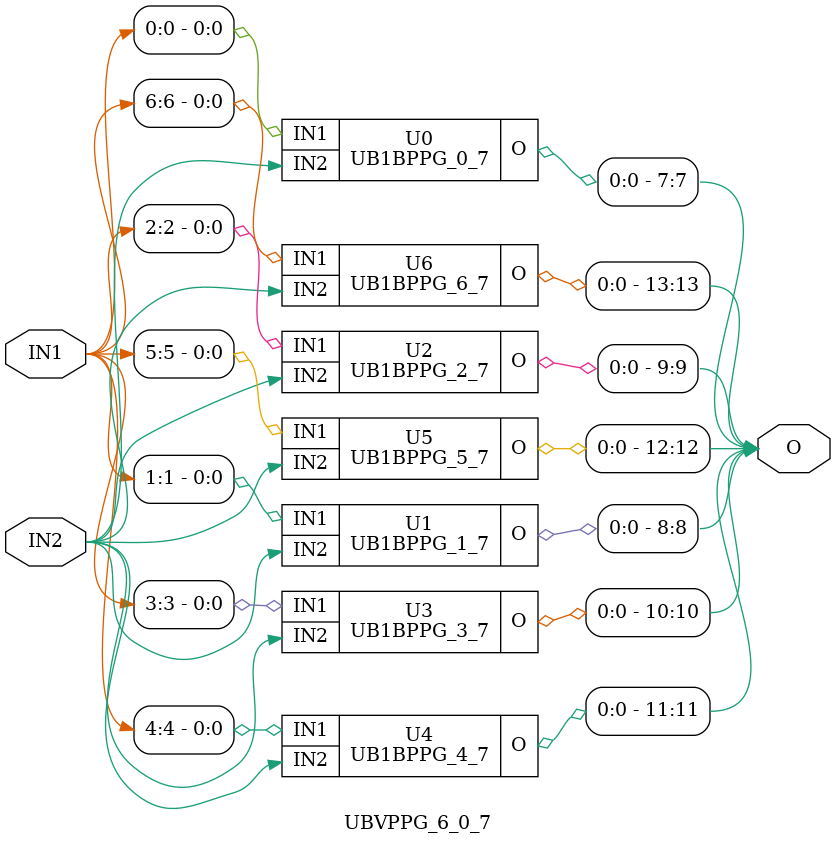
<source format=v>
/*----------------------------------------------------------------------------
  Copyright (c) 2021 Homma laboratory. All rights reserved.

  Top module: Multiplier_6_0_7_000

  Number system: Unsigned binary
  Multiplicand length: 7
  Multiplier length: 8
  Partial product generation: Simple PPG
  Partial product accumulation: Balanced delay tree
  Final stage addition: Han-Carlson adder
----------------------------------------------------------------------------*/

module UB1BPPG_0_0(O, IN1, IN2);
  output O;
  input IN1;
  input IN2;
  assign O = IN1 & IN2;
endmodule

module UB1BPPG_1_0(O, IN1, IN2);
  output O;
  input IN1;
  input IN2;
  assign O = IN1 & IN2;
endmodule

module UB1BPPG_2_0(O, IN1, IN2);
  output O;
  input IN1;
  input IN2;
  assign O = IN1 & IN2;
endmodule

module UB1BPPG_3_0(O, IN1, IN2);
  output O;
  input IN1;
  input IN2;
  assign O = IN1 & IN2;
endmodule

module UB1BPPG_4_0(O, IN1, IN2);
  output O;
  input IN1;
  input IN2;
  assign O = IN1 & IN2;
endmodule

module UB1BPPG_5_0(O, IN1, IN2);
  output O;
  input IN1;
  input IN2;
  assign O = IN1 & IN2;
endmodule

module UB1BPPG_6_0(O, IN1, IN2);
  output O;
  input IN1;
  input IN2;
  assign O = IN1 & IN2;
endmodule

module UB1BPPG_0_1(O, IN1, IN2);
  output O;
  input IN1;
  input IN2;
  assign O = IN1 & IN2;
endmodule

module UB1BPPG_1_1(O, IN1, IN2);
  output O;
  input IN1;
  input IN2;
  assign O = IN1 & IN2;
endmodule

module UB1BPPG_2_1(O, IN1, IN2);
  output O;
  input IN1;
  input IN2;
  assign O = IN1 & IN2;
endmodule

module UB1BPPG_3_1(O, IN1, IN2);
  output O;
  input IN1;
  input IN2;
  assign O = IN1 & IN2;
endmodule

module UB1BPPG_4_1(O, IN1, IN2);
  output O;
  input IN1;
  input IN2;
  assign O = IN1 & IN2;
endmodule

module UB1BPPG_5_1(O, IN1, IN2);
  output O;
  input IN1;
  input IN2;
  assign O = IN1 & IN2;
endmodule

module UB1BPPG_6_1(O, IN1, IN2);
  output O;
  input IN1;
  input IN2;
  assign O = IN1 & IN2;
endmodule

module UB1BPPG_0_2(O, IN1, IN2);
  output O;
  input IN1;
  input IN2;
  assign O = IN1 & IN2;
endmodule

module UB1BPPG_1_2(O, IN1, IN2);
  output O;
  input IN1;
  input IN2;
  assign O = IN1 & IN2;
endmodule

module UB1BPPG_2_2(O, IN1, IN2);
  output O;
  input IN1;
  input IN2;
  assign O = IN1 & IN2;
endmodule

module UB1BPPG_3_2(O, IN1, IN2);
  output O;
  input IN1;
  input IN2;
  assign O = IN1 & IN2;
endmodule

module UB1BPPG_4_2(O, IN1, IN2);
  output O;
  input IN1;
  input IN2;
  assign O = IN1 & IN2;
endmodule

module UB1BPPG_5_2(O, IN1, IN2);
  output O;
  input IN1;
  input IN2;
  assign O = IN1 & IN2;
endmodule

module UB1BPPG_6_2(O, IN1, IN2);
  output O;
  input IN1;
  input IN2;
  assign O = IN1 & IN2;
endmodule

module UB1BPPG_0_3(O, IN1, IN2);
  output O;
  input IN1;
  input IN2;
  assign O = IN1 & IN2;
endmodule

module UB1BPPG_1_3(O, IN1, IN2);
  output O;
  input IN1;
  input IN2;
  assign O = IN1 & IN2;
endmodule

module UB1BPPG_2_3(O, IN1, IN2);
  output O;
  input IN1;
  input IN2;
  assign O = IN1 & IN2;
endmodule

module UB1BPPG_3_3(O, IN1, IN2);
  output O;
  input IN1;
  input IN2;
  assign O = IN1 & IN2;
endmodule

module UB1BPPG_4_3(O, IN1, IN2);
  output O;
  input IN1;
  input IN2;
  assign O = IN1 & IN2;
endmodule

module UB1BPPG_5_3(O, IN1, IN2);
  output O;
  input IN1;
  input IN2;
  assign O = IN1 & IN2;
endmodule

module UB1BPPG_6_3(O, IN1, IN2);
  output O;
  input IN1;
  input IN2;
  assign O = IN1 & IN2;
endmodule

module UB1BPPG_0_4(O, IN1, IN2);
  output O;
  input IN1;
  input IN2;
  assign O = IN1 & IN2;
endmodule

module UB1BPPG_1_4(O, IN1, IN2);
  output O;
  input IN1;
  input IN2;
  assign O = IN1 & IN2;
endmodule

module UB1BPPG_2_4(O, IN1, IN2);
  output O;
  input IN1;
  input IN2;
  assign O = IN1 & IN2;
endmodule

module UB1BPPG_3_4(O, IN1, IN2);
  output O;
  input IN1;
  input IN2;
  assign O = IN1 & IN2;
endmodule

module UB1BPPG_4_4(O, IN1, IN2);
  output O;
  input IN1;
  input IN2;
  assign O = IN1 & IN2;
endmodule

module UB1BPPG_5_4(O, IN1, IN2);
  output O;
  input IN1;
  input IN2;
  assign O = IN1 & IN2;
endmodule

module UB1BPPG_6_4(O, IN1, IN2);
  output O;
  input IN1;
  input IN2;
  assign O = IN1 & IN2;
endmodule

module UB1BPPG_0_5(O, IN1, IN2);
  output O;
  input IN1;
  input IN2;
  assign O = IN1 & IN2;
endmodule

module UB1BPPG_1_5(O, IN1, IN2);
  output O;
  input IN1;
  input IN2;
  assign O = IN1 & IN2;
endmodule

module UB1BPPG_2_5(O, IN1, IN2);
  output O;
  input IN1;
  input IN2;
  assign O = IN1 & IN2;
endmodule

module UB1BPPG_3_5(O, IN1, IN2);
  output O;
  input IN1;
  input IN2;
  assign O = IN1 & IN2;
endmodule

module UB1BPPG_4_5(O, IN1, IN2);
  output O;
  input IN1;
  input IN2;
  assign O = IN1 & IN2;
endmodule

module UB1BPPG_5_5(O, IN1, IN2);
  output O;
  input IN1;
  input IN2;
  assign O = IN1 & IN2;
endmodule

module UB1BPPG_6_5(O, IN1, IN2);
  output O;
  input IN1;
  input IN2;
  assign O = IN1 & IN2;
endmodule

module UB1BPPG_0_6(O, IN1, IN2);
  output O;
  input IN1;
  input IN2;
  assign O = IN1 & IN2;
endmodule

module UB1BPPG_1_6(O, IN1, IN2);
  output O;
  input IN1;
  input IN2;
  assign O = IN1 & IN2;
endmodule

module UB1BPPG_2_6(O, IN1, IN2);
  output O;
  input IN1;
  input IN2;
  assign O = IN1 & IN2;
endmodule

module UB1BPPG_3_6(O, IN1, IN2);
  output O;
  input IN1;
  input IN2;
  assign O = IN1 & IN2;
endmodule

module UB1BPPG_4_6(O, IN1, IN2);
  output O;
  input IN1;
  input IN2;
  assign O = IN1 & IN2;
endmodule

module UB1BPPG_5_6(O, IN1, IN2);
  output O;
  input IN1;
  input IN2;
  assign O = IN1 & IN2;
endmodule

module UB1BPPG_6_6(O, IN1, IN2);
  output O;
  input IN1;
  input IN2;
  assign O = IN1 & IN2;
endmodule

module UB1BPPG_0_7(O, IN1, IN2);
  output O;
  input IN1;
  input IN2;
  assign O = IN1 & IN2;
endmodule

module UB1BPPG_1_7(O, IN1, IN2);
  output O;
  input IN1;
  input IN2;
  assign O = IN1 & IN2;
endmodule

module UB1BPPG_2_7(O, IN1, IN2);
  output O;
  input IN1;
  input IN2;
  assign O = IN1 & IN2;
endmodule

module UB1BPPG_3_7(O, IN1, IN2);
  output O;
  input IN1;
  input IN2;
  assign O = IN1 & IN2;
endmodule

module UB1BPPG_4_7(O, IN1, IN2);
  output O;
  input IN1;
  input IN2;
  assign O = IN1 & IN2;
endmodule

module UB1BPPG_5_7(O, IN1, IN2);
  output O;
  input IN1;
  input IN2;
  assign O = IN1 & IN2;
endmodule

module UB1BPPG_6_7(O, IN1, IN2);
  output O;
  input IN1;
  input IN2;
  assign O = IN1 & IN2;
endmodule

module UB1DCON_0(O, I);
  output O;
  input I;
  assign O = I;
endmodule

module UBHA_1(C, S, X, Y);
  output C;
  output S;
  input X;
  input Y;
  assign C = X & Y;
  assign S = X ^ Y;
endmodule

module UBFA_2(C, S, X, Y, Z);
  output C;
  output S;
  input X;
  input Y;
  input Z;
  assign C = ( X & Y ) | ( Y & Z ) | ( Z & X );
  assign S = X ^ Y ^ Z;
endmodule

module UBFA_3(C, S, X, Y, Z);
  output C;
  output S;
  input X;
  input Y;
  input Z;
  assign C = ( X & Y ) | ( Y & Z ) | ( Z & X );
  assign S = X ^ Y ^ Z;
endmodule

module UBFA_4(C, S, X, Y, Z);
  output C;
  output S;
  input X;
  input Y;
  input Z;
  assign C = ( X & Y ) | ( Y & Z ) | ( Z & X );
  assign S = X ^ Y ^ Z;
endmodule

module UBFA_5(C, S, X, Y, Z);
  output C;
  output S;
  input X;
  input Y;
  input Z;
  assign C = ( X & Y ) | ( Y & Z ) | ( Z & X );
  assign S = X ^ Y ^ Z;
endmodule

module UBFA_6(C, S, X, Y, Z);
  output C;
  output S;
  input X;
  input Y;
  input Z;
  assign C = ( X & Y ) | ( Y & Z ) | ( Z & X );
  assign S = X ^ Y ^ Z;
endmodule

module UBHA_7(C, S, X, Y);
  output C;
  output S;
  input X;
  input Y;
  assign C = X & Y;
  assign S = X ^ Y;
endmodule

module UB1DCON_8(O, I);
  output O;
  input I;
  assign O = I;
endmodule

module UB1DCON_3(O, I);
  output O;
  input I;
  assign O = I;
endmodule

module UBHA_4(C, S, X, Y);
  output C;
  output S;
  input X;
  input Y;
  assign C = X & Y;
  assign S = X ^ Y;
endmodule

module UBFA_7(C, S, X, Y, Z);
  output C;
  output S;
  input X;
  input Y;
  input Z;
  assign C = ( X & Y ) | ( Y & Z ) | ( Z & X );
  assign S = X ^ Y ^ Z;
endmodule

module UBFA_8(C, S, X, Y, Z);
  output C;
  output S;
  input X;
  input Y;
  input Z;
  assign C = ( X & Y ) | ( Y & Z ) | ( Z & X );
  assign S = X ^ Y ^ Z;
endmodule

module UBFA_9(C, S, X, Y, Z);
  output C;
  output S;
  input X;
  input Y;
  input Z;
  assign C = ( X & Y ) | ( Y & Z ) | ( Z & X );
  assign S = X ^ Y ^ Z;
endmodule

module UBHA_10(C, S, X, Y);
  output C;
  output S;
  input X;
  input Y;
  assign C = X & Y;
  assign S = X ^ Y;
endmodule

module UB1DCON_11(O, I);
  output O;
  input I;
  assign O = I;
endmodule

module UB1DCON_1(O, I);
  output O;
  input I;
  assign O = I;
endmodule

module UB1DCON_2(O, I);
  output O;
  input I;
  assign O = I;
endmodule

module UBHA_3(C, S, X, Y);
  output C;
  output S;
  input X;
  input Y;
  assign C = X & Y;
  assign S = X ^ Y;
endmodule

module UBHA_9(C, S, X, Y);
  output C;
  output S;
  input X;
  input Y;
  assign C = X & Y;
  assign S = X ^ Y;
endmodule

module UBHA_11(C, S, X, Y);
  output C;
  output S;
  input X;
  input Y;
  assign C = X & Y;
  assign S = X ^ Y;
endmodule

module UBHA_2(C, S, X, Y);
  output C;
  output S;
  input X;
  input Y;
  assign C = X & Y;
  assign S = X ^ Y;
endmodule

module UB1DCON_12(O, I);
  output O;
  input I;
  assign O = I;
endmodule

module UB1DCON_6(O, I);
  output O;
  input I;
  assign O = I;
endmodule

module UB1DCON_7(O, I);
  output O;
  input I;
  assign O = I;
endmodule

module UB1DCON_9(O, I);
  output O;
  input I;
  assign O = I;
endmodule

module UB1DCON_10(O, I);
  output O;
  input I;
  assign O = I;
endmodule

module UB1DCON_13(O, I);
  output O;
  input I;
  assign O = I;
endmodule

module UB1DCON_4(O, I);
  output O;
  input I;
  assign O = I;
endmodule

module UB1DCON_5(O, I);
  output O;
  input I;
  assign O = I;
endmodule

module UBHA_6(C, S, X, Y);
  output C;
  output S;
  input X;
  input Y;
  assign C = X & Y;
  assign S = X ^ Y;
endmodule

module UBFA_10(C, S, X, Y, Z);
  output C;
  output S;
  input X;
  input Y;
  input Z;
  assign C = ( X & Y ) | ( Y & Z ) | ( Z & X );
  assign S = X ^ Y ^ Z;
endmodule

module UBFA_11(C, S, X, Y, Z);
  output C;
  output S;
  input X;
  input Y;
  input Z;
  assign C = ( X & Y ) | ( Y & Z ) | ( Z & X );
  assign S = X ^ Y ^ Z;
endmodule

module UBFA_12(C, S, X, Y, Z);
  output C;
  output S;
  input X;
  input Y;
  input Z;
  assign C = ( X & Y ) | ( Y & Z ) | ( Z & X );
  assign S = X ^ Y ^ Z;
endmodule

module UBHA_5(C, S, X, Y);
  output C;
  output S;
  input X;
  input Y;
  assign C = X & Y;
  assign S = X ^ Y;
endmodule

module UBHA_13(C, S, X, Y);
  output C;
  output S;
  input X;
  input Y;
  assign C = X & Y;
  assign S = X ^ Y;
endmodule

module UBZero_14_14(O);
  output [14:14] O;
  assign O[14] = 0;
endmodule

module GPGenerator(Go, Po, A, B);
  output Go;
  output Po;
  input A;
  input B;
  assign Go = A & B;
  assign Po = A ^ B;
endmodule

module CarryOperator(Go, Po, Gi1, Pi1, Gi2, Pi2);
  output Go;
  output Po;
  input Gi1;
  input Gi2;
  input Pi1;
  input Pi2;
  assign Go = Gi1 | ( Gi2 & Pi1 );
  assign Po = Pi1 & Pi2;
endmodule

module UBPriHCA_14_4(S, X, Y, Cin);
  output [15:4] S;
  input Cin;
  input [14:4] X;
  input [14:4] Y;
  wire [14:4] G0;
  wire [14:4] G1;
  wire [14:4] G2;
  wire [14:4] G3;
  wire [14:4] G4;
  wire [14:4] G5;
  wire [14:4] P0;
  wire [14:4] P1;
  wire [14:4] P2;
  wire [14:4] P3;
  wire [14:4] P4;
  wire [14:4] P5;
  assign P1[4] = P0[4];
  assign G1[4] = G0[4];
  assign P1[6] = P0[6];
  assign G1[6] = G0[6];
  assign P1[8] = P0[8];
  assign G1[8] = G0[8];
  assign P1[10] = P0[10];
  assign G1[10] = G0[10];
  assign P1[12] = P0[12];
  assign G1[12] = G0[12];
  assign P1[14] = P0[14];
  assign G1[14] = G0[14];
  assign P2[4] = P1[4];
  assign G2[4] = G1[4];
  assign P2[5] = P1[5];
  assign G2[5] = G1[5];
  assign P2[6] = P1[6];
  assign G2[6] = G1[6];
  assign P2[8] = P1[8];
  assign G2[8] = G1[8];
  assign P2[10] = P1[10];
  assign G2[10] = G1[10];
  assign P2[12] = P1[12];
  assign G2[12] = G1[12];
  assign P2[14] = P1[14];
  assign G2[14] = G1[14];
  assign P3[4] = P2[4];
  assign G3[4] = G2[4];
  assign P3[5] = P2[5];
  assign G3[5] = G2[5];
  assign P3[6] = P2[6];
  assign G3[6] = G2[6];
  assign P3[7] = P2[7];
  assign G3[7] = G2[7];
  assign P3[8] = P2[8];
  assign G3[8] = G2[8];
  assign P3[10] = P2[10];
  assign G3[10] = G2[10];
  assign P3[12] = P2[12];
  assign G3[12] = G2[12];
  assign P3[14] = P2[14];
  assign G3[14] = G2[14];
  assign P4[4] = P3[4];
  assign G4[4] = G3[4];
  assign P4[5] = P3[5];
  assign G4[5] = G3[5];
  assign P4[6] = P3[6];
  assign G4[6] = G3[6];
  assign P4[7] = P3[7];
  assign G4[7] = G3[7];
  assign P4[8] = P3[8];
  assign G4[8] = G3[8];
  assign P4[9] = P3[9];
  assign G4[9] = G3[9];
  assign P4[10] = P3[10];
  assign G4[10] = G3[10];
  assign P4[11] = P3[11];
  assign G4[11] = G3[11];
  assign P4[12] = P3[12];
  assign G4[12] = G3[12];
  assign P4[14] = P3[14];
  assign G4[14] = G3[14];
  assign P5[4] = P4[4];
  assign G5[4] = G4[4];
  assign P5[5] = P4[5];
  assign G5[5] = G4[5];
  assign P5[7] = P4[7];
  assign G5[7] = G4[7];
  assign P5[9] = P4[9];
  assign G5[9] = G4[9];
  assign P5[11] = P4[11];
  assign G5[11] = G4[11];
  assign P5[13] = P4[13];
  assign G5[13] = G4[13];
  assign S[4] = Cin ^ P0[4];
  assign S[5] = ( G5[4] | ( P5[4] & Cin ) ) ^ P0[5];
  assign S[6] = ( G5[5] | ( P5[5] & Cin ) ) ^ P0[6];
  assign S[7] = ( G5[6] | ( P5[6] & Cin ) ) ^ P0[7];
  assign S[8] = ( G5[7] | ( P5[7] & Cin ) ) ^ P0[8];
  assign S[9] = ( G5[8] | ( P5[8] & Cin ) ) ^ P0[9];
  assign S[10] = ( G5[9] | ( P5[9] & Cin ) ) ^ P0[10];
  assign S[11] = ( G5[10] | ( P5[10] & Cin ) ) ^ P0[11];
  assign S[12] = ( G5[11] | ( P5[11] & Cin ) ) ^ P0[12];
  assign S[13] = ( G5[12] | ( P5[12] & Cin ) ) ^ P0[13];
  assign S[14] = ( G5[13] | ( P5[13] & Cin ) ) ^ P0[14];
  assign S[15] = G5[14] | ( P5[14] & Cin );
  GPGenerator U0 (G0[4], P0[4], X[4], Y[4]);
  GPGenerator U1 (G0[5], P0[5], X[5], Y[5]);
  GPGenerator U2 (G0[6], P0[6], X[6], Y[6]);
  GPGenerator U3 (G0[7], P0[7], X[7], Y[7]);
  GPGenerator U4 (G0[8], P0[8], X[8], Y[8]);
  GPGenerator U5 (G0[9], P0[9], X[9], Y[9]);
  GPGenerator U6 (G0[10], P0[10], X[10], Y[10]);
  GPGenerator U7 (G0[11], P0[11], X[11], Y[11]);
  GPGenerator U8 (G0[12], P0[12], X[12], Y[12]);
  GPGenerator U9 (G0[13], P0[13], X[13], Y[13]);
  GPGenerator U10 (G0[14], P0[14], X[14], Y[14]);
  CarryOperator U11 (G1[5], P1[5], G0[5], P0[5], G0[4], P0[4]);
  CarryOperator U12 (G1[7], P1[7], G0[7], P0[7], G0[6], P0[6]);
  CarryOperator U13 (G1[9], P1[9], G0[9], P0[9], G0[8], P0[8]);
  CarryOperator U14 (G1[11], P1[11], G0[11], P0[11], G0[10], P0[10]);
  CarryOperator U15 (G1[13], P1[13], G0[13], P0[13], G0[12], P0[12]);
  CarryOperator U16 (G2[7], P2[7], G1[7], P1[7], G1[5], P1[5]);
  CarryOperator U17 (G2[9], P2[9], G1[9], P1[9], G1[7], P1[7]);
  CarryOperator U18 (G2[11], P2[11], G1[11], P1[11], G1[9], P1[9]);
  CarryOperator U19 (G2[13], P2[13], G1[13], P1[13], G1[11], P1[11]);
  CarryOperator U20 (G3[9], P3[9], G2[9], P2[9], G2[5], P2[5]);
  CarryOperator U21 (G3[11], P3[11], G2[11], P2[11], G2[7], P2[7]);
  CarryOperator U22 (G3[13], P3[13], G2[13], P2[13], G2[9], P2[9]);
  CarryOperator U23 (G4[13], P4[13], G3[13], P3[13], G3[5], P3[5]);
  CarryOperator U24 (G5[6], P5[6], G4[6], P4[6], G4[5], P4[5]);
  CarryOperator U25 (G5[8], P5[8], G4[8], P4[8], G4[7], P4[7]);
  CarryOperator U26 (G5[10], P5[10], G4[10], P4[10], G4[9], P4[9]);
  CarryOperator U27 (G5[12], P5[12], G4[12], P4[12], G4[11], P4[11]);
  CarryOperator U28 (G5[14], P5[14], G4[14], P4[14], G4[13], P4[13]);
endmodule

module UBZero_4_4(O);
  output [4:4] O;
  assign O[4] = 0;
endmodule

module Multiplier_6_0_7_000(P, IN1, IN2);
  output [14:0] P;
  input [6:0] IN1;
  input [7:0] IN2;
  wire [15:0] W;
  assign P[0] = W[0];
  assign P[1] = W[1];
  assign P[2] = W[2];
  assign P[3] = W[3];
  assign P[4] = W[4];
  assign P[5] = W[5];
  assign P[6] = W[6];
  assign P[7] = W[7];
  assign P[8] = W[8];
  assign P[9] = W[9];
  assign P[10] = W[10];
  assign P[11] = W[11];
  assign P[12] = W[12];
  assign P[13] = W[13];
  assign P[14] = W[14];
  MultUB_STD_BLD_HC000 U0 (W, IN1, IN2);
endmodule

module BLDCON_12_3_12_0_000 (S1, S2, IN0, IN1, IN2, IN3);
  output [14:4] S1;
  output [13:0] S2;
  input [12:3] IN0;
  input [12:0] IN1;
  input [12:6] IN2;
  input [13:7] IN3;
  wire [13:7] W1;
  wire [13:0] W2;
  CSA_12_0_12_6_13_000 U0 (W1, W2, IN1, IN2, IN3);
  CSA_13_7_13_0_12_000 U1 (S1, S2, W1, W2, IN0);
endmodule

module BLDCON_8_2_8_0_11000 (S1, S2, IN0, IN1, IN2, IN3);
  output [12:3] S1;
  output [12:0] S2;
  input [8:2] IN0;
  input [8:0] IN1;
  input [11:5] IN2;
  input [11:3] IN3;
  wire [12:4] W1;
  wire [11:0] W2;
  CSA_8_0_11_5_11_3 U0 (W1, W2, IN1, IN2, IN3);
  CSA_12_4_11_0_8_2 U1 (S1, S2, W1, W2, IN0);
endmodule

module BLDTR_6_0_7_1_8_2000 (S1, S2, PP0, PP1, PP2, PP3, PP4, PP5, PP6, PP7);
  output [14:4] S1;
  output [13:0] S2;
  input [6:0] PP0;
  input [7:1] PP1;
  input [8:2] PP2;
  input [9:3] PP3;
  input [10:4] PP4;
  input [11:5] PP5;
  input [12:6] PP6;
  input [13:7] PP7;
  wire [12:3] W0;
  wire [12:0] W1;
  wire [12:6] W2;
  wire [13:7] W3;
  BLDTR_6_0_7_1_8_2001 U0 (W0, W1, PP0, PP1, PP2, PP3, PP4, PP5);
  UBARYACC_12_6_13_000 U1 (W2, W3, PP6, PP7);
  BLDCON_12_3_12_0_000 U2 (S1, S2, W0, W1, W2, W3);
endmodule

module BLDTR_6_0_7_1_8_2001 (S1, S2, PP0, PP1, PP2, PP3, PP4, PP5);
  output [12:3] S1;
  output [12:0] S2;
  input [6:0] PP0;
  input [7:1] PP1;
  input [8:2] PP2;
  input [9:3] PP3;
  input [10:4] PP4;
  input [11:5] PP5;
  wire [8:2] W0;
  wire [8:0] W1;
  wire [11:5] W2;
  wire [11:3] W3;
  UBARYACC_6_0_7_1_000 U0 (W0, W1, PP0, PP1, PP2);
  UBARYACC_9_3_10_4000 U1 (W2, W3, PP3, PP4, PP5);
  BLDCON_8_2_8_0_11000 U2 (S1, S2, W0, W1, W2, W3);
endmodule

module CSA_12_0_12_6_13_000 (C, S, X, Y, Z);
  output [13:7] C;
  output [13:0] S;
  input [12:0] X;
  input [12:6] Y;
  input [13:7] Z;
  UBCON_5_0 U0 (S[5:0], X[5:0]);
  UBHA_6 U1 (C[7], S[6], Y[6], X[6]);
  PureCSA_12_7 U2 (C[13:8], S[12:7], Z[12:7], Y[12:7], X[12:7]);
  UB1DCON_13 U3 (S[13], Z[13]);
endmodule

module CSA_12_4_11_0_8_2 (C, S, X, Y, Z);
  output [12:3] C;
  output [12:0] S;
  input [12:4] X;
  input [11:0] Y;
  input [8:2] Z;
  UBCON_1_0 U0 (S[1:0], Y[1:0]);
  PureCSHA_3_2 U1 (C[4:3], S[3:2], Z[3:2], Y[3:2]);
  PureCSA_8_4 U2 (C[9:5], S[8:4], X[8:4], Z[8:4], Y[8:4]);
  PureCSHA_11_9 U3 (C[12:10], S[11:9], X[11:9], Y[11:9]);
  UB1DCON_12 U4 (S[12], X[12]);
endmodule

module CSA_13_7_13_0_12_000 (C, S, X, Y, Z);
  output [14:4] C;
  output [13:0] S;
  input [13:7] X;
  input [13:0] Y;
  input [12:3] Z;
  UBCON_2_0 U0 (S[2:0], Y[2:0]);
  PureCSHA_6_3 U1 (C[7:4], S[6:3], Z[6:3], Y[6:3]);
  PureCSA_12_7 U2 (C[13:8], S[12:7], X[12:7], Z[12:7], Y[12:7]);
  UBHA_13 U3 (C[14], S[13], X[13], Y[13]);
endmodule

module CSA_6_0_7_1_8_2 (C, S, X, Y, Z);
  output [8:2] C;
  output [8:0] S;
  input [6:0] X;
  input [7:1] Y;
  input [8:2] Z;
  UB1DCON_0 U0 (S[0], X[0]);
  UBHA_1 U1 (C[2], S[1], Y[1], X[1]);
  PureCSA_6_2 U2 (C[7:3], S[6:2], Z[6:2], Y[6:2], X[6:2]);
  UBHA_7 U3 (C[8], S[7], Z[7], Y[7]);
  UB1DCON_8 U4 (S[8], Z[8]);
endmodule

module CSA_8_0_11_5_11_3 (C, S, X, Y, Z);
  output [12:4] C;
  output [11:0] S;
  input [8:0] X;
  input [11:5] Y;
  input [11:3] Z;
  UBCON_2_0 U0 (S[2:0], X[2:0]);
  PureCSHA_4_3 U1 (C[5:4], S[4:3], Z[4:3], X[4:3]);
  PureCSA_8_5 U2 (C[9:6], S[8:5], Y[8:5], Z[8:5], X[8:5]);
  PureCSHA_11_9 U3 (C[12:10], S[11:9], Z[11:9], Y[11:9]);
endmodule

module CSA_9_3_10_4_11_5 (C, S, X, Y, Z);
  output [11:5] C;
  output [11:3] S;
  input [9:3] X;
  input [10:4] Y;
  input [11:5] Z;
  UB1DCON_3 U0 (S[3], X[3]);
  UBHA_4 U1 (C[5], S[4], Y[4], X[4]);
  PureCSA_9_5 U2 (C[10:6], S[9:5], Z[9:5], Y[9:5], X[9:5]);
  UBHA_10 U3 (C[11], S[10], Z[10], Y[10]);
  UB1DCON_11 U4 (S[11], Z[11]);
endmodule

module MultUB_STD_BLD_HC000 (P, IN1, IN2);
  output [15:0] P;
  input [6:0] IN1;
  input [7:0] IN2;
  wire [6:0] PP0;
  wire [7:1] PP1;
  wire [8:2] PP2;
  wire [9:3] PP3;
  wire [10:4] PP4;
  wire [11:5] PP5;
  wire [12:6] PP6;
  wire [13:7] PP7;
  wire [14:4] S1;
  wire [13:0] S2;
  UBPPG_6_0_7_0 U0 (PP0, PP1, PP2, PP3, PP4, PP5, PP6, PP7, IN1, IN2);
  BLDTR_6_0_7_1_8_2000 U1 (S1, S2, PP0, PP1, PP2, PP3, PP4, PP5, PP6, PP7);
  UBHCA_14_4_13_0 U2 (P, S1, S2);
endmodule

module PureCSA_12_7 (C, S, X, Y, Z);
  output [13:8] C;
  output [12:7] S;
  input [12:7] X;
  input [12:7] Y;
  input [12:7] Z;
  UBFA_7 U0 (C[8], S[7], X[7], Y[7], Z[7]);
  UBFA_8 U1 (C[9], S[8], X[8], Y[8], Z[8]);
  UBFA_9 U2 (C[10], S[9], X[9], Y[9], Z[9]);
  UBFA_10 U3 (C[11], S[10], X[10], Y[10], Z[10]);
  UBFA_11 U4 (C[12], S[11], X[11], Y[11], Z[11]);
  UBFA_12 U5 (C[13], S[12], X[12], Y[12], Z[12]);
endmodule

module PureCSA_6_2 (C, S, X, Y, Z);
  output [7:3] C;
  output [6:2] S;
  input [6:2] X;
  input [6:2] Y;
  input [6:2] Z;
  UBFA_2 U0 (C[3], S[2], X[2], Y[2], Z[2]);
  UBFA_3 U1 (C[4], S[3], X[3], Y[3], Z[3]);
  UBFA_4 U2 (C[5], S[4], X[4], Y[4], Z[4]);
  UBFA_5 U3 (C[6], S[5], X[5], Y[5], Z[5]);
  UBFA_6 U4 (C[7], S[6], X[6], Y[6], Z[6]);
endmodule

module PureCSA_8_4 (C, S, X, Y, Z);
  output [9:5] C;
  output [8:4] S;
  input [8:4] X;
  input [8:4] Y;
  input [8:4] Z;
  UBFA_4 U0 (C[5], S[4], X[4], Y[4], Z[4]);
  UBFA_5 U1 (C[6], S[5], X[5], Y[5], Z[5]);
  UBFA_6 U2 (C[7], S[6], X[6], Y[6], Z[6]);
  UBFA_7 U3 (C[8], S[7], X[7], Y[7], Z[7]);
  UBFA_8 U4 (C[9], S[8], X[8], Y[8], Z[8]);
endmodule

module PureCSA_8_5 (C, S, X, Y, Z);
  output [9:6] C;
  output [8:5] S;
  input [8:5] X;
  input [8:5] Y;
  input [8:5] Z;
  UBFA_5 U0 (C[6], S[5], X[5], Y[5], Z[5]);
  UBFA_6 U1 (C[7], S[6], X[6], Y[6], Z[6]);
  UBFA_7 U2 (C[8], S[7], X[7], Y[7], Z[7]);
  UBFA_8 U3 (C[9], S[8], X[8], Y[8], Z[8]);
endmodule

module PureCSA_9_5 (C, S, X, Y, Z);
  output [10:6] C;
  output [9:5] S;
  input [9:5] X;
  input [9:5] Y;
  input [9:5] Z;
  UBFA_5 U0 (C[6], S[5], X[5], Y[5], Z[5]);
  UBFA_6 U1 (C[7], S[6], X[6], Y[6], Z[6]);
  UBFA_7 U2 (C[8], S[7], X[7], Y[7], Z[7]);
  UBFA_8 U3 (C[9], S[8], X[8], Y[8], Z[8]);
  UBFA_9 U4 (C[10], S[9], X[9], Y[9], Z[9]);
endmodule

module PureCSHA_11_9 (C, S, X, Y);
  output [12:10] C;
  output [11:9] S;
  input [11:9] X;
  input [11:9] Y;
  UBHA_9 U0 (C[10], S[9], X[9], Y[9]);
  UBHA_10 U1 (C[11], S[10], X[10], Y[10]);
  UBHA_11 U2 (C[12], S[11], X[11], Y[11]);
endmodule

module PureCSHA_3_2 (C, S, X, Y);
  output [4:3] C;
  output [3:2] S;
  input [3:2] X;
  input [3:2] Y;
  UBHA_2 U0 (C[3], S[2], X[2], Y[2]);
  UBHA_3 U1 (C[4], S[3], X[3], Y[3]);
endmodule

module PureCSHA_4_3 (C, S, X, Y);
  output [5:4] C;
  output [4:3] S;
  input [4:3] X;
  input [4:3] Y;
  UBHA_3 U0 (C[4], S[3], X[3], Y[3]);
  UBHA_4 U1 (C[5], S[4], X[4], Y[4]);
endmodule

module PureCSHA_6_3 (C, S, X, Y);
  output [7:4] C;
  output [6:3] S;
  input [6:3] X;
  input [6:3] Y;
  UBHA_3 U0 (C[4], S[3], X[3], Y[3]);
  UBHA_4 U1 (C[5], S[4], X[4], Y[4]);
  UBHA_5 U2 (C[6], S[5], X[5], Y[5]);
  UBHA_6 U3 (C[7], S[6], X[6], Y[6]);
endmodule

module UBARYACC_12_6_13_000 (S1, S2, PP0, PP1);
  output [12:6] S1;
  output [13:7] S2;
  input [12:6] PP0;
  input [13:7] PP1;
  UBCON_12_6 U0 (S1, PP0);
  UBCON_13_7 U1 (S2, PP1);
endmodule

module UBARYACC_6_0_7_1_000 (S1, S2, PP0, PP1, PP2);
  output [8:2] S1;
  output [8:0] S2;
  input [6:0] PP0;
  input [7:1] PP1;
  input [8:2] PP2;
  CSA_6_0_7_1_8_2 U0 (S1, S2, PP0, PP1, PP2);
endmodule

module UBARYACC_9_3_10_4000 (S1, S2, PP0, PP1, PP2);
  output [11:5] S1;
  output [11:3] S2;
  input [9:3] PP0;
  input [10:4] PP1;
  input [11:5] PP2;
  CSA_9_3_10_4_11_5 U0 (S1, S2, PP0, PP1, PP2);
endmodule

module UBCON_12_6 (O, I);
  output [12:6] O;
  input [12:6] I;
  UB1DCON_6 U0 (O[6], I[6]);
  UB1DCON_7 U1 (O[7], I[7]);
  UB1DCON_8 U2 (O[8], I[8]);
  UB1DCON_9 U3 (O[9], I[9]);
  UB1DCON_10 U4 (O[10], I[10]);
  UB1DCON_11 U5 (O[11], I[11]);
  UB1DCON_12 U6 (O[12], I[12]);
endmodule

module UBCON_13_4 (O, I);
  output [13:4] O;
  input [13:4] I;
  UB1DCON_4 U0 (O[4], I[4]);
  UB1DCON_5 U1 (O[5], I[5]);
  UB1DCON_6 U2 (O[6], I[6]);
  UB1DCON_7 U3 (O[7], I[7]);
  UB1DCON_8 U4 (O[8], I[8]);
  UB1DCON_9 U5 (O[9], I[9]);
  UB1DCON_10 U6 (O[10], I[10]);
  UB1DCON_11 U7 (O[11], I[11]);
  UB1DCON_12 U8 (O[12], I[12]);
  UB1DCON_13 U9 (O[13], I[13]);
endmodule

module UBCON_13_7 (O, I);
  output [13:7] O;
  input [13:7] I;
  UB1DCON_7 U0 (O[7], I[7]);
  UB1DCON_8 U1 (O[8], I[8]);
  UB1DCON_9 U2 (O[9], I[9]);
  UB1DCON_10 U3 (O[10], I[10]);
  UB1DCON_11 U4 (O[11], I[11]);
  UB1DCON_12 U5 (O[12], I[12]);
  UB1DCON_13 U6 (O[13], I[13]);
endmodule

module UBCON_1_0 (O, I);
  output [1:0] O;
  input [1:0] I;
  UB1DCON_0 U0 (O[0], I[0]);
  UB1DCON_1 U1 (O[1], I[1]);
endmodule

module UBCON_2_0 (O, I);
  output [2:0] O;
  input [2:0] I;
  UB1DCON_0 U0 (O[0], I[0]);
  UB1DCON_1 U1 (O[1], I[1]);
  UB1DCON_2 U2 (O[2], I[2]);
endmodule

module UBCON_3_0 (O, I);
  output [3:0] O;
  input [3:0] I;
  UB1DCON_0 U0 (O[0], I[0]);
  UB1DCON_1 U1 (O[1], I[1]);
  UB1DCON_2 U2 (O[2], I[2]);
  UB1DCON_3 U3 (O[3], I[3]);
endmodule

module UBCON_5_0 (O, I);
  output [5:0] O;
  input [5:0] I;
  UB1DCON_0 U0 (O[0], I[0]);
  UB1DCON_1 U1 (O[1], I[1]);
  UB1DCON_2 U2 (O[2], I[2]);
  UB1DCON_3 U3 (O[3], I[3]);
  UB1DCON_4 U4 (O[4], I[4]);
  UB1DCON_5 U5 (O[5], I[5]);
endmodule

module UBExtender_13_4_1000 (O, I);
  output [14:4] O;
  input [13:4] I;
  UBCON_13_4 U0 (O[13:4], I[13:4]);
  UBZero_14_14 U1 (O[14]);
endmodule

module UBHCA_14_4_13_0 (S, X, Y);
  output [15:0] S;
  input [14:4] X;
  input [13:0] Y;
  wire [14:4] Z;
  UBExtender_13_4_1000 U0 (Z[14:4], Y[13:4]);
  UBPureHCA_14_4 U1 (S[15:4], X[14:4], Z[14:4]);
  UBCON_3_0 U2 (S[3:0], Y[3:0]);
endmodule

module UBPPG_6_0_7_0 (PP0, PP1, PP2, PP3, PP4, PP5, PP6, PP7, IN1, IN2);
  output [6:0] PP0;
  output [7:1] PP1;
  output [8:2] PP2;
  output [9:3] PP3;
  output [10:4] PP4;
  output [11:5] PP5;
  output [12:6] PP6;
  output [13:7] PP7;
  input [6:0] IN1;
  input [7:0] IN2;
  UBVPPG_6_0_0 U0 (PP0, IN1, IN2[0]);
  UBVPPG_6_0_1 U1 (PP1, IN1, IN2[1]);
  UBVPPG_6_0_2 U2 (PP2, IN1, IN2[2]);
  UBVPPG_6_0_3 U3 (PP3, IN1, IN2[3]);
  UBVPPG_6_0_4 U4 (PP4, IN1, IN2[4]);
  UBVPPG_6_0_5 U5 (PP5, IN1, IN2[5]);
  UBVPPG_6_0_6 U6 (PP6, IN1, IN2[6]);
  UBVPPG_6_0_7 U7 (PP7, IN1, IN2[7]);
endmodule

module UBPureHCA_14_4 (S, X, Y);
  output [15:4] S;
  input [14:4] X;
  input [14:4] Y;
  wire C;
  UBPriHCA_14_4 U0 (S, X, Y, C);
  UBZero_4_4 U1 (C);
endmodule

module UBVPPG_6_0_0 (O, IN1, IN2);
  output [6:0] O;
  input [6:0] IN1;
  input IN2;
  UB1BPPG_0_0 U0 (O[0], IN1[0], IN2);
  UB1BPPG_1_0 U1 (O[1], IN1[1], IN2);
  UB1BPPG_2_0 U2 (O[2], IN1[2], IN2);
  UB1BPPG_3_0 U3 (O[3], IN1[3], IN2);
  UB1BPPG_4_0 U4 (O[4], IN1[4], IN2);
  UB1BPPG_5_0 U5 (O[5], IN1[5], IN2);
  UB1BPPG_6_0 U6 (O[6], IN1[6], IN2);
endmodule

module UBVPPG_6_0_1 (O, IN1, IN2);
  output [7:1] O;
  input [6:0] IN1;
  input IN2;
  UB1BPPG_0_1 U0 (O[1], IN1[0], IN2);
  UB1BPPG_1_1 U1 (O[2], IN1[1], IN2);
  UB1BPPG_2_1 U2 (O[3], IN1[2], IN2);
  UB1BPPG_3_1 U3 (O[4], IN1[3], IN2);
  UB1BPPG_4_1 U4 (O[5], IN1[4], IN2);
  UB1BPPG_5_1 U5 (O[6], IN1[5], IN2);
  UB1BPPG_6_1 U6 (O[7], IN1[6], IN2);
endmodule

module UBVPPG_6_0_2 (O, IN1, IN2);
  output [8:2] O;
  input [6:0] IN1;
  input IN2;
  UB1BPPG_0_2 U0 (O[2], IN1[0], IN2);
  UB1BPPG_1_2 U1 (O[3], IN1[1], IN2);
  UB1BPPG_2_2 U2 (O[4], IN1[2], IN2);
  UB1BPPG_3_2 U3 (O[5], IN1[3], IN2);
  UB1BPPG_4_2 U4 (O[6], IN1[4], IN2);
  UB1BPPG_5_2 U5 (O[7], IN1[5], IN2);
  UB1BPPG_6_2 U6 (O[8], IN1[6], IN2);
endmodule

module UBVPPG_6_0_3 (O, IN1, IN2);
  output [9:3] O;
  input [6:0] IN1;
  input IN2;
  UB1BPPG_0_3 U0 (O[3], IN1[0], IN2);
  UB1BPPG_1_3 U1 (O[4], IN1[1], IN2);
  UB1BPPG_2_3 U2 (O[5], IN1[2], IN2);
  UB1BPPG_3_3 U3 (O[6], IN1[3], IN2);
  UB1BPPG_4_3 U4 (O[7], IN1[4], IN2);
  UB1BPPG_5_3 U5 (O[8], IN1[5], IN2);
  UB1BPPG_6_3 U6 (O[9], IN1[6], IN2);
endmodule

module UBVPPG_6_0_4 (O, IN1, IN2);
  output [10:4] O;
  input [6:0] IN1;
  input IN2;
  UB1BPPG_0_4 U0 (O[4], IN1[0], IN2);
  UB1BPPG_1_4 U1 (O[5], IN1[1], IN2);
  UB1BPPG_2_4 U2 (O[6], IN1[2], IN2);
  UB1BPPG_3_4 U3 (O[7], IN1[3], IN2);
  UB1BPPG_4_4 U4 (O[8], IN1[4], IN2);
  UB1BPPG_5_4 U5 (O[9], IN1[5], IN2);
  UB1BPPG_6_4 U6 (O[10], IN1[6], IN2);
endmodule

module UBVPPG_6_0_5 (O, IN1, IN2);
  output [11:5] O;
  input [6:0] IN1;
  input IN2;
  UB1BPPG_0_5 U0 (O[5], IN1[0], IN2);
  UB1BPPG_1_5 U1 (O[6], IN1[1], IN2);
  UB1BPPG_2_5 U2 (O[7], IN1[2], IN2);
  UB1BPPG_3_5 U3 (O[8], IN1[3], IN2);
  UB1BPPG_4_5 U4 (O[9], IN1[4], IN2);
  UB1BPPG_5_5 U5 (O[10], IN1[5], IN2);
  UB1BPPG_6_5 U6 (O[11], IN1[6], IN2);
endmodule

module UBVPPG_6_0_6 (O, IN1, IN2);
  output [12:6] O;
  input [6:0] IN1;
  input IN2;
  UB1BPPG_0_6 U0 (O[6], IN1[0], IN2);
  UB1BPPG_1_6 U1 (O[7], IN1[1], IN2);
  UB1BPPG_2_6 U2 (O[8], IN1[2], IN2);
  UB1BPPG_3_6 U3 (O[9], IN1[3], IN2);
  UB1BPPG_4_6 U4 (O[10], IN1[4], IN2);
  UB1BPPG_5_6 U5 (O[11], IN1[5], IN2);
  UB1BPPG_6_6 U6 (O[12], IN1[6], IN2);
endmodule

module UBVPPG_6_0_7 (O, IN1, IN2);
  output [13:7] O;
  input [6:0] IN1;
  input IN2;
  UB1BPPG_0_7 U0 (O[7], IN1[0], IN2);
  UB1BPPG_1_7 U1 (O[8], IN1[1], IN2);
  UB1BPPG_2_7 U2 (O[9], IN1[2], IN2);
  UB1BPPG_3_7 U3 (O[10], IN1[3], IN2);
  UB1BPPG_4_7 U4 (O[11], IN1[4], IN2);
  UB1BPPG_5_7 U5 (O[12], IN1[5], IN2);
  UB1BPPG_6_7 U6 (O[13], IN1[6], IN2);
endmodule


</source>
